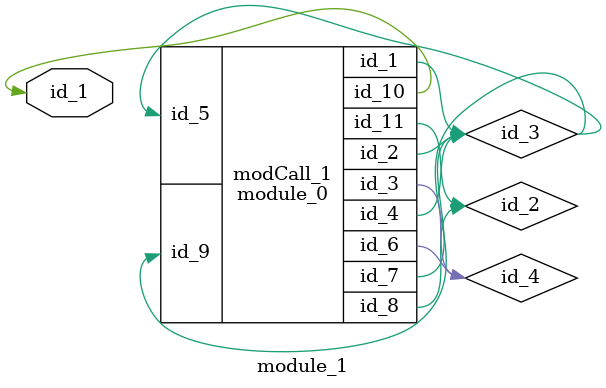
<source format=v>
module module_0 (
    id_1,
    id_2,
    id_3,
    id_4,
    id_5,
    id_6,
    id_7,
    id_8,
    id_9,
    id_10,
    id_11
);
  output wire id_11;
  inout wire id_10;
  input wire id_9;
  output wire id_8;
  output wire id_7;
  inout wire id_6;
  input wire id_5;
  output wire id_4;
  output wire id_3;
  output wire id_2;
  inout wire id_1;
  wire id_12;
  wire id_13, id_14, id_15, id_16;
  wire id_17;
endmodule
module module_1 (
    id_1
);
  inout wire id_1;
  wire id_2, id_3, id_4;
  module_0 modCall_1 (
      id_3,
      id_3,
      id_4,
      id_3,
      id_3,
      id_4,
      id_3,
      id_2,
      id_3,
      id_1,
      id_2
  );
  wire id_5, id_6;
endmodule

</source>
